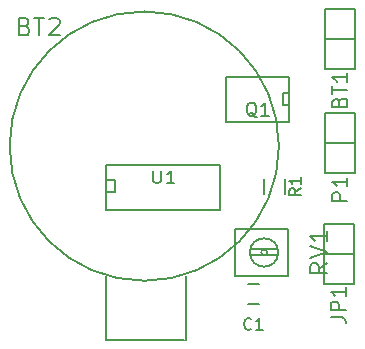
<source format=gbr>
%FSLAX46Y46*%
G04 Gerber Fmt 4.6, Leading zero omitted, Abs format (unit mm)*
G04 Created by KiCad (PCBNEW (2014-09-18 BZR 5141)-product) date Pá 19. září 2014, 20:54:54 CEST*
%MOMM*%
G01*
G04 APERTURE LIST*
%ADD10C,0.100000*%
%ADD11C,0.150000*%
%ADD12C,0.127000*%
%ADD13C,0.203200*%
%ADD14C,0.152400*%
G04 APERTURE END LIST*
D10*
D11*
X201803000Y-91313000D02*
X199263000Y-91313000D01*
X201803000Y-88773000D02*
X199263000Y-88773000D01*
X199263000Y-88773000D02*
X199263000Y-91313000D01*
X199263000Y-91313000D02*
X199263000Y-93853000D01*
X199263000Y-93853000D02*
X201803000Y-93853000D01*
X201803000Y-93853000D02*
X201803000Y-88773000D01*
X199136000Y-100711000D02*
X201676000Y-100711000D01*
X199136000Y-103251000D02*
X201676000Y-103251000D01*
X201676000Y-103251000D02*
X201676000Y-100711000D01*
X201676000Y-100711000D02*
X201676000Y-98171000D01*
X201676000Y-98171000D02*
X199136000Y-98171000D01*
X199136000Y-98171000D02*
X199136000Y-103251000D01*
X199263000Y-82550000D02*
X201803000Y-82550000D01*
X199263000Y-85090000D02*
X201803000Y-85090000D01*
X201803000Y-85090000D02*
X201803000Y-82550000D01*
X201803000Y-82550000D02*
X201803000Y-80010000D01*
X201803000Y-80010000D02*
X199263000Y-80010000D01*
X199263000Y-80010000D02*
X199263000Y-85090000D01*
X187440000Y-102580000D02*
X187440000Y-107980000D01*
X187310000Y-107980000D02*
X180710000Y-107980000D01*
X180710000Y-107980000D02*
X180710000Y-102580000D01*
X195320000Y-91580000D02*
G75*
G03X195320000Y-91580000I-11400000J0D01*
G74*
G01*
X193667000Y-103290000D02*
X192667000Y-103290000D01*
X192667000Y-104990000D02*
X193667000Y-104990000D01*
D12*
X196215000Y-85852000D02*
X196215000Y-85725000D01*
X196215000Y-85725000D02*
X190881000Y-85725000D01*
X190881000Y-89535000D02*
X196215000Y-89535000D01*
X196215000Y-89535000D02*
X196215000Y-85852000D01*
X196215000Y-88138000D02*
X195707000Y-88138000D01*
X195707000Y-88138000D02*
X195707000Y-87122000D01*
X195707000Y-87122000D02*
X196215000Y-87122000D01*
X190881000Y-89535000D02*
X190881000Y-85725000D01*
D11*
X195820000Y-94396000D02*
X195820000Y-95596000D01*
X194070000Y-95596000D02*
X194070000Y-94396000D01*
X194316000Y-100584000D02*
G75*
G03X194316000Y-100584000I-250000J0D01*
G74*
G01*
X195206000Y-100834000D02*
X192956000Y-100834000D01*
X192916000Y-100334000D02*
X195176000Y-100334000D01*
X195266000Y-100584000D02*
G75*
G03X195266000Y-100584000I-1200000J0D01*
G74*
G01*
X191566000Y-98584000D02*
X191566000Y-102584000D01*
X196066000Y-102584000D02*
X196066000Y-98584000D01*
X196066000Y-98584000D02*
X191566000Y-98584000D01*
X191576000Y-102584000D02*
X196066000Y-102584000D01*
D13*
X180721000Y-93218000D02*
X190373000Y-93218000D01*
X190373000Y-93218000D02*
X190373000Y-97028000D01*
X190373000Y-97028000D02*
X180721000Y-97028000D01*
X180721000Y-97028000D02*
X180721000Y-93218000D01*
X180721000Y-94488000D02*
X181483000Y-94488000D01*
X181483000Y-94488000D02*
X181483000Y-95504000D01*
X181483000Y-95504000D02*
X180721000Y-95504000D01*
X201107524Y-96187381D02*
X199837524Y-96187381D01*
X199837524Y-95703572D01*
X199898000Y-95582619D01*
X199958476Y-95522143D01*
X200079429Y-95461667D01*
X200260857Y-95461667D01*
X200381810Y-95522143D01*
X200442286Y-95582619D01*
X200502762Y-95703572D01*
X200502762Y-96187381D01*
X201107524Y-94252143D02*
X201107524Y-94977857D01*
X201107524Y-94615000D02*
X199837524Y-94615000D01*
X200018952Y-94735952D01*
X200139905Y-94856905D01*
X200200381Y-94977857D01*
X199710524Y-106087333D02*
X200617667Y-106087333D01*
X200799095Y-106147809D01*
X200920048Y-106268761D01*
X200980524Y-106450190D01*
X200980524Y-106571142D01*
X200980524Y-105482571D02*
X199710524Y-105482571D01*
X199710524Y-104998762D01*
X199771000Y-104877809D01*
X199831476Y-104817333D01*
X199952429Y-104756857D01*
X200133857Y-104756857D01*
X200254810Y-104817333D01*
X200315286Y-104877809D01*
X200375762Y-104998762D01*
X200375762Y-105482571D01*
X200980524Y-103547333D02*
X200980524Y-104273047D01*
X200980524Y-103910190D02*
X199710524Y-103910190D01*
X199891952Y-104031142D01*
X200012905Y-104152095D01*
X200073381Y-104273047D01*
X200442286Y-87865857D02*
X200502762Y-87684428D01*
X200563238Y-87623952D01*
X200684190Y-87563476D01*
X200865619Y-87563476D01*
X200986571Y-87623952D01*
X201047048Y-87684428D01*
X201107524Y-87805381D01*
X201107524Y-88289190D01*
X199837524Y-88289190D01*
X199837524Y-87865857D01*
X199898000Y-87744904D01*
X199958476Y-87684428D01*
X200079429Y-87623952D01*
X200200381Y-87623952D01*
X200321333Y-87684428D01*
X200381810Y-87744904D01*
X200442286Y-87865857D01*
X200442286Y-88289190D01*
X199837524Y-87200619D02*
X199837524Y-86474904D01*
X201107524Y-86837761D02*
X199837524Y-86837761D01*
X201107524Y-85386333D02*
X201107524Y-86112047D01*
X201107524Y-85749190D02*
X199837524Y-85749190D01*
X200018952Y-85870142D01*
X200139905Y-85991095D01*
X200200381Y-86112047D01*
D11*
X173827429Y-81426857D02*
X174041715Y-81498286D01*
X174113143Y-81569714D01*
X174184572Y-81712571D01*
X174184572Y-81926857D01*
X174113143Y-82069714D01*
X174041715Y-82141143D01*
X173898857Y-82212571D01*
X173327429Y-82212571D01*
X173327429Y-80712571D01*
X173827429Y-80712571D01*
X173970286Y-80784000D01*
X174041715Y-80855429D01*
X174113143Y-80998286D01*
X174113143Y-81141143D01*
X174041715Y-81284000D01*
X173970286Y-81355429D01*
X173827429Y-81426857D01*
X173327429Y-81426857D01*
X174613143Y-80712571D02*
X175470286Y-80712571D01*
X175041715Y-82212571D02*
X175041715Y-80712571D01*
X175898857Y-80855429D02*
X175970286Y-80784000D01*
X176113143Y-80712571D01*
X176470286Y-80712571D01*
X176613143Y-80784000D01*
X176684572Y-80855429D01*
X176756000Y-80998286D01*
X176756000Y-81141143D01*
X176684572Y-81355429D01*
X175827429Y-82212571D01*
X176756000Y-82212571D01*
X193000334Y-107037143D02*
X192952715Y-107084762D01*
X192809858Y-107132381D01*
X192714620Y-107132381D01*
X192571762Y-107084762D01*
X192476524Y-106989524D01*
X192428905Y-106894286D01*
X192381286Y-106703810D01*
X192381286Y-106560952D01*
X192428905Y-106370476D01*
X192476524Y-106275238D01*
X192571762Y-106180000D01*
X192714620Y-106132381D01*
X192809858Y-106132381D01*
X192952715Y-106180000D01*
X193000334Y-106227619D01*
X193952715Y-107132381D02*
X193381286Y-107132381D01*
X193667000Y-107132381D02*
X193667000Y-106132381D01*
X193571762Y-106275238D01*
X193476524Y-106370476D01*
X193381286Y-106418095D01*
D14*
X193439143Y-89144929D02*
X193330286Y-89090500D01*
X193221429Y-88981643D01*
X193058143Y-88818357D01*
X192949286Y-88763929D01*
X192840429Y-88763929D01*
X192894857Y-89036071D02*
X192786000Y-88981643D01*
X192677143Y-88872786D01*
X192622714Y-88655071D01*
X192622714Y-88274071D01*
X192677143Y-88056357D01*
X192786000Y-87947500D01*
X192894857Y-87893071D01*
X193112571Y-87893071D01*
X193221429Y-87947500D01*
X193330286Y-88056357D01*
X193384714Y-88274071D01*
X193384714Y-88655071D01*
X193330286Y-88872786D01*
X193221429Y-88981643D01*
X193112571Y-89036071D01*
X192894857Y-89036071D01*
X194473286Y-89036071D02*
X193820143Y-89036071D01*
X194146715Y-89036071D02*
X194146715Y-87893071D01*
X194037858Y-88056357D01*
X193929000Y-88165214D01*
X193820143Y-88219643D01*
D11*
X197175381Y-95162666D02*
X196699190Y-95496000D01*
X197175381Y-95734095D02*
X196175381Y-95734095D01*
X196175381Y-95353142D01*
X196223000Y-95257904D01*
X196270619Y-95210285D01*
X196365857Y-95162666D01*
X196508714Y-95162666D01*
X196603952Y-95210285D01*
X196651571Y-95257904D01*
X196699190Y-95353142D01*
X196699190Y-95734095D01*
X197175381Y-94210285D02*
X197175381Y-94781714D01*
X197175381Y-94496000D02*
X196175381Y-94496000D01*
X196318238Y-94591238D01*
X196413476Y-94686476D01*
X196461095Y-94781714D01*
X199434571Y-101506856D02*
X198720286Y-102006856D01*
X199434571Y-102363999D02*
X197934571Y-102363999D01*
X197934571Y-101792571D01*
X198006000Y-101649713D01*
X198077429Y-101578285D01*
X198220286Y-101506856D01*
X198434571Y-101506856D01*
X198577429Y-101578285D01*
X198648857Y-101649713D01*
X198720286Y-101792571D01*
X198720286Y-102363999D01*
X197934571Y-101078285D02*
X199434571Y-100578285D01*
X197934571Y-100078285D01*
X199434571Y-98792571D02*
X199434571Y-99649714D01*
X199434571Y-99221142D02*
X197934571Y-99221142D01*
X198148857Y-99363999D01*
X198291714Y-99506857D01*
X198363143Y-99649714D01*
D12*
X184676143Y-93677619D02*
X184676143Y-94500095D01*
X184730571Y-94596857D01*
X184785000Y-94645238D01*
X184893857Y-94693619D01*
X185111571Y-94693619D01*
X185220429Y-94645238D01*
X185274857Y-94596857D01*
X185329286Y-94500095D01*
X185329286Y-93677619D01*
X186472286Y-94693619D02*
X185819143Y-94693619D01*
X186145715Y-94693619D02*
X186145715Y-93677619D01*
X186036858Y-93822762D01*
X185928000Y-93919524D01*
X185819143Y-93967905D01*
M02*

</source>
